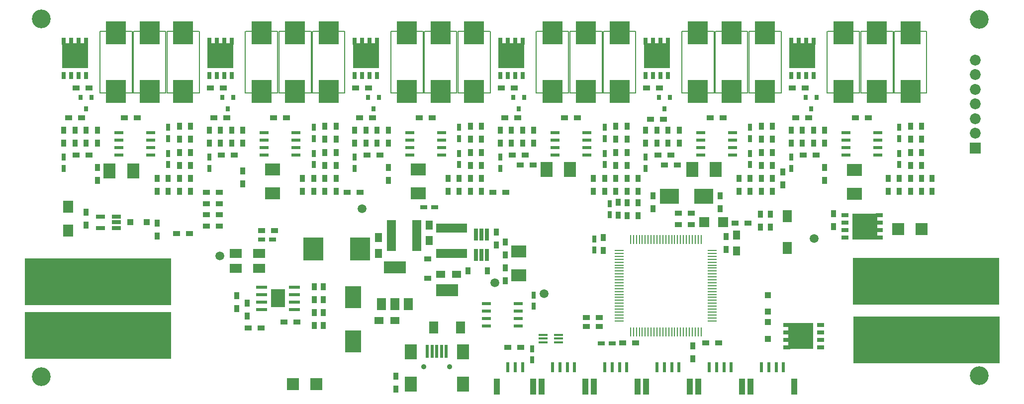
<source format=gts>
G04 #@! TF.FileFunction,Soldermask,Top*
%FSLAX46Y46*%
G04 Gerber Fmt 4.6, Leading zero omitted, Abs format (unit mm)*
G04 Created by KiCad (PCBNEW 4.0.6) date 09/11/17 10:51:36*
%MOMM*%
%LPD*%
G01*
G04 APERTURE LIST*
%ADD10C,0.100000*%
%ADD11C,0.150000*%
%ADD12R,25.000000X8.000000*%
%ADD13C,1.524000*%
%ADD14R,0.280000X1.500000*%
%ADD15R,1.500000X0.280000*%
%ADD16R,0.599440X1.699260*%
%ADD17R,0.998220X2.697480*%
%ADD18C,3.200000*%
%ADD19R,1.850000X1.850000*%
%ADD20C,1.850000*%
%ADD21R,1.550000X0.600000*%
%ADD22R,2.000000X2.000000*%
%ADD23R,1.200000X0.700000*%
%ADD24R,4.290000X4.500000*%
%ADD25R,1.600000X1.550000*%
%ADD26R,1.200000X1.550000*%
%ADD27R,3.800000X2.000000*%
%ADD28R,1.500000X2.000000*%
%ADD29R,0.900000X1.200000*%
%ADD30R,1.200000X0.900000*%
%ADD31R,0.750000X1.200000*%
%ADD32R,1.300000X1.500000*%
%ADD33R,3.325000X2.500000*%
%ADD34R,0.500000X2.300000*%
%ADD35R,2.000000X2.500000*%
%ADD36C,0.900000*%
%ADD37R,1.501140X5.300980*%
%ADD38R,1.100000X1.100000*%
%ADD39R,1.200000X0.750000*%
%ADD40R,0.700000X1.200000*%
%ADD41R,4.500000X4.290000*%
%ADD42R,1.550000X1.600000*%
%ADD43R,1.550000X1.200000*%
%ADD44R,0.650000X2.000000*%
%ADD45R,1.910000X0.610000*%
%ADD46R,1.205000X1.550000*%
%ADD47R,3.400000X4.000000*%
%ADD48R,1.750000X1.800000*%
%ADD49R,2.500000X2.000000*%
%ADD50R,1.500000X1.300000*%
%ADD51R,5.300980X1.501140*%
%ADD52R,0.800000X0.900000*%
%ADD53R,1.700000X2.000000*%
%ADD54R,1.560000X0.650000*%
%ADD55R,1.600000X2.000000*%
%ADD56R,2.000000X1.600000*%
%ADD57R,2.700000X3.750000*%
%ADD58R,3.500000X4.000000*%
%ADD59R,1.500000X0.400000*%
%ADD60C,1.500000*%
G04 APERTURE END LIST*
D10*
D11*
X108745000Y-36025000D02*
X103345000Y-36025000D01*
X103345000Y-46525000D02*
X108745000Y-46525000D01*
X108795000Y-46525000D02*
X108795000Y-36025000D01*
X103295000Y-46525000D02*
X103295000Y-36025000D01*
X84295000Y-46525000D02*
X89695000Y-46525000D01*
X89695000Y-36025000D02*
X84295000Y-36025000D01*
X84245000Y-36025000D02*
X84245000Y-46525000D01*
X89745000Y-36025000D02*
X89745000Y-46525000D01*
X83980000Y-36025000D02*
X78580000Y-36025000D01*
X78580000Y-46525000D02*
X83980000Y-46525000D01*
X84030000Y-46525000D02*
X84030000Y-36025000D01*
X78530000Y-46525000D02*
X78530000Y-36025000D01*
X133510000Y-36025000D02*
X128110000Y-36025000D01*
X128110000Y-46525000D02*
X133510000Y-46525000D01*
X133560000Y-46525000D02*
X133560000Y-36025000D01*
X128060000Y-46525000D02*
X128060000Y-36025000D01*
X158275000Y-36025000D02*
X152875000Y-36025000D01*
X152875000Y-46525000D02*
X158275000Y-46525000D01*
X158325000Y-46525000D02*
X158325000Y-36025000D01*
X152825000Y-46525000D02*
X152825000Y-36025000D01*
X183040000Y-36025000D02*
X177640000Y-36025000D01*
X177640000Y-46525000D02*
X183040000Y-46525000D01*
X183090000Y-46525000D02*
X183090000Y-36025000D01*
X177590000Y-46525000D02*
X177590000Y-36025000D01*
X207805000Y-36025000D02*
X202405000Y-36025000D01*
X202405000Y-46525000D02*
X207805000Y-46525000D01*
X207855000Y-46525000D02*
X207855000Y-36025000D01*
X202355000Y-46525000D02*
X202355000Y-36025000D01*
X109060000Y-46525000D02*
X114460000Y-46525000D01*
X114460000Y-36025000D02*
X109060000Y-36025000D01*
X109010000Y-36025000D02*
X109010000Y-46525000D01*
X114510000Y-36025000D02*
X114510000Y-46525000D01*
X133825000Y-46525000D02*
X139225000Y-46525000D01*
X139225000Y-36025000D02*
X133825000Y-36025000D01*
X133775000Y-36025000D02*
X133775000Y-46525000D01*
X139275000Y-36025000D02*
X139275000Y-46525000D01*
X158590000Y-46525000D02*
X163990000Y-46525000D01*
X163990000Y-36025000D02*
X158590000Y-36025000D01*
X158540000Y-36025000D02*
X158540000Y-46525000D01*
X164040000Y-36025000D02*
X164040000Y-46525000D01*
X183355000Y-46525000D02*
X188755000Y-46525000D01*
X188755000Y-36025000D02*
X183355000Y-36025000D01*
X183305000Y-36025000D02*
X183305000Y-46525000D01*
X188805000Y-36025000D02*
X188805000Y-46525000D01*
X208120000Y-46525000D02*
X213520000Y-46525000D01*
X213520000Y-36025000D02*
X208120000Y-36025000D01*
X208070000Y-36025000D02*
X208070000Y-46525000D01*
X213570000Y-36025000D02*
X213570000Y-46525000D01*
X95410000Y-36025000D02*
X90010000Y-36025000D01*
X90010000Y-46525000D02*
X95410000Y-46525000D01*
X95460000Y-46525000D02*
X95460000Y-36025000D01*
X89960000Y-46525000D02*
X89960000Y-36025000D01*
X120175000Y-36025000D02*
X114775000Y-36025000D01*
X114775000Y-46525000D02*
X120175000Y-46525000D01*
X120225000Y-46525000D02*
X120225000Y-36025000D01*
X114725000Y-46525000D02*
X114725000Y-36025000D01*
X144940000Y-36025000D02*
X139540000Y-36025000D01*
X139540000Y-46525000D02*
X144940000Y-46525000D01*
X144990000Y-46525000D02*
X144990000Y-36025000D01*
X139490000Y-46525000D02*
X139490000Y-36025000D01*
X169705000Y-36025000D02*
X164305000Y-36025000D01*
X164305000Y-46525000D02*
X169705000Y-46525000D01*
X169755000Y-46525000D02*
X169755000Y-36025000D01*
X164255000Y-46525000D02*
X164255000Y-36025000D01*
X194470000Y-36025000D02*
X189070000Y-36025000D01*
X189070000Y-46525000D02*
X194470000Y-46525000D01*
X194520000Y-46525000D02*
X194520000Y-36025000D01*
X189020000Y-46525000D02*
X189020000Y-36025000D01*
X219235000Y-36025000D02*
X213835000Y-36025000D01*
X213835000Y-46525000D02*
X219235000Y-46525000D01*
X219285000Y-46525000D02*
X219285000Y-36025000D01*
X213785000Y-46525000D02*
X213785000Y-36025000D01*
D12*
X78184000Y-78708000D03*
D13*
X67184000Y-80708000D03*
X69184000Y-80708000D03*
X71184000Y-80708000D03*
X73184000Y-80708000D03*
X75184000Y-80708000D03*
X77184000Y-80708000D03*
X79184000Y-80708000D03*
X81184000Y-80708000D03*
X83184000Y-80708000D03*
X85184000Y-80708000D03*
X87184000Y-80708000D03*
X89184000Y-80708000D03*
X89184000Y-76708000D03*
X87184000Y-76708000D03*
X85184000Y-76708000D03*
X83184000Y-76708000D03*
X81184000Y-76708000D03*
X79184000Y-76708000D03*
X77184000Y-76708000D03*
X75184000Y-76708000D03*
X73184000Y-76708000D03*
X71184000Y-76708000D03*
X69184000Y-76708000D03*
X67184000Y-76708000D03*
D14*
X180879000Y-71467000D03*
X180379000Y-71467000D03*
X179879000Y-71467000D03*
X179379000Y-71467000D03*
X178879000Y-71467000D03*
X178379000Y-71467000D03*
X177879000Y-71467000D03*
X177379000Y-71467000D03*
X176879000Y-71467000D03*
X176379000Y-71467000D03*
X175879000Y-71467000D03*
X175379000Y-71467000D03*
X174879000Y-71467000D03*
X174379000Y-71467000D03*
X173879000Y-71467000D03*
X173379000Y-71467000D03*
X172879000Y-71467000D03*
X172379000Y-71467000D03*
X171879000Y-71467000D03*
X171379000Y-71467000D03*
X170879000Y-71467000D03*
X170379000Y-71467000D03*
X169879000Y-71467000D03*
X169379000Y-71467000D03*
X168879000Y-71467000D03*
D15*
X166979000Y-73367000D03*
X166979000Y-73867000D03*
X166979000Y-74367000D03*
X166979000Y-74867000D03*
X166979000Y-75367000D03*
X166979000Y-75867000D03*
X166979000Y-76367000D03*
X166979000Y-76867000D03*
X166979000Y-77367000D03*
X166979000Y-77867000D03*
X166979000Y-78367000D03*
X166979000Y-78867000D03*
X166979000Y-79367000D03*
X166979000Y-79867000D03*
X166979000Y-80367000D03*
X166979000Y-80867000D03*
X166979000Y-81367000D03*
X166979000Y-81867000D03*
X166979000Y-82367000D03*
X166979000Y-82867000D03*
X166979000Y-83367000D03*
X166979000Y-83867000D03*
X166979000Y-84367000D03*
X166979000Y-84867000D03*
X166979000Y-85367000D03*
D14*
X168879000Y-87267000D03*
X169379000Y-87267000D03*
X169879000Y-87267000D03*
X170379000Y-87267000D03*
X170879000Y-87267000D03*
X171379000Y-87267000D03*
X171879000Y-87267000D03*
X172379000Y-87267000D03*
X172879000Y-87267000D03*
X173379000Y-87267000D03*
X173879000Y-87267000D03*
X174379000Y-87267000D03*
X174879000Y-87267000D03*
X175379000Y-87267000D03*
X175879000Y-87267000D03*
X176379000Y-87267000D03*
X176879000Y-87267000D03*
X177379000Y-87267000D03*
X177879000Y-87267000D03*
X178379000Y-87267000D03*
X178879000Y-87267000D03*
X179379000Y-87267000D03*
X179879000Y-87267000D03*
X180379000Y-87267000D03*
X180879000Y-87267000D03*
D15*
X182779000Y-85367000D03*
X182779000Y-84867000D03*
X182779000Y-84367000D03*
X182779000Y-83867000D03*
X182779000Y-83367000D03*
X182779000Y-82867000D03*
X182779000Y-82367000D03*
X182779000Y-81867000D03*
X182779000Y-81367000D03*
X182779000Y-80867000D03*
X182779000Y-80367000D03*
X182779000Y-79867000D03*
X182779000Y-79367000D03*
X182779000Y-78867000D03*
X182779000Y-78367000D03*
X182779000Y-77867000D03*
X182779000Y-77367000D03*
X182779000Y-76867000D03*
X182779000Y-76367000D03*
X182779000Y-75867000D03*
X182779000Y-75367000D03*
X182779000Y-74867000D03*
X182779000Y-74367000D03*
X182779000Y-73867000D03*
X182779000Y-73367000D03*
D16*
X147975320Y-93240860D03*
X149225000Y-93240860D03*
X150474680Y-93240860D03*
D17*
X146126200Y-96540320D03*
X152323800Y-96540320D03*
D16*
X155605480Y-93240860D03*
X156855160Y-93240860D03*
X158104840Y-93240860D03*
X159354520Y-93240860D03*
D17*
X153756360Y-96540320D03*
X161203640Y-96540320D03*
D16*
X164495480Y-93240860D03*
X165745160Y-93240860D03*
X166994840Y-93240860D03*
X168244520Y-93240860D03*
D17*
X162646360Y-96540320D03*
X170093640Y-96540320D03*
D16*
X173385480Y-93240860D03*
X174635160Y-93240860D03*
X175884840Y-93240860D03*
X177134520Y-93240860D03*
D17*
X171536360Y-96540320D03*
X178983640Y-96540320D03*
D16*
X182275480Y-93240860D03*
X183525160Y-93240860D03*
X184774840Y-93240860D03*
X186024520Y-93240860D03*
D17*
X180426360Y-96540320D03*
X187873640Y-96540320D03*
D16*
X191165480Y-93240860D03*
X192415160Y-93240860D03*
X193664840Y-93240860D03*
X194914520Y-93240860D03*
D17*
X189316360Y-96540320D03*
X196763640Y-96540320D03*
D18*
X68580000Y-33909000D03*
X68580000Y-94869000D03*
X228219000Y-94742000D03*
D19*
X227584000Y-55927000D03*
D20*
X227584000Y-53427000D03*
X227584000Y-50927000D03*
X227584000Y-48427000D03*
X227584000Y-45927000D03*
X227584000Y-43427000D03*
X227584000Y-40927000D03*
D21*
X149766000Y-86233000D03*
X149766000Y-84963000D03*
X149766000Y-83693000D03*
X149766000Y-82423000D03*
X144366000Y-82423000D03*
X144366000Y-83693000D03*
X144366000Y-84963000D03*
X144366000Y-86233000D03*
D12*
X219187000Y-78645000D03*
D13*
X210187000Y-80645000D03*
X212187000Y-80645000D03*
X214187000Y-80645000D03*
X216187000Y-80645000D03*
X218187000Y-80645000D03*
X220187000Y-80645000D03*
X222187000Y-80645000D03*
X224187000Y-80645000D03*
X226187000Y-80645000D03*
X226187000Y-76645000D03*
X224187000Y-76645000D03*
X222187000Y-76645000D03*
X220187000Y-76645000D03*
X218187000Y-76645000D03*
X216187000Y-76645000D03*
X214187000Y-76645000D03*
X212187000Y-76645000D03*
X210187000Y-76645000D03*
D12*
X78232000Y-87884000D03*
D13*
X67232000Y-89884000D03*
X69232000Y-89884000D03*
X71232000Y-89884000D03*
X73232000Y-89884000D03*
X75232000Y-89884000D03*
X77232000Y-89884000D03*
X79232000Y-89884000D03*
X81232000Y-89884000D03*
X83232000Y-89884000D03*
X85232000Y-89884000D03*
X87232000Y-89884000D03*
X89232000Y-89884000D03*
X89232000Y-85884000D03*
X87232000Y-85884000D03*
X85232000Y-85884000D03*
X83232000Y-85884000D03*
X81232000Y-85884000D03*
X79232000Y-85884000D03*
X77232000Y-85884000D03*
X75232000Y-85884000D03*
X73232000Y-85884000D03*
X71232000Y-85884000D03*
X69232000Y-85884000D03*
X67232000Y-85884000D03*
D22*
X214408000Y-69723000D03*
X218408000Y-69723000D03*
D12*
X219235000Y-88614000D03*
D13*
X209235000Y-90614000D03*
X211235000Y-90614000D03*
X213235000Y-90614000D03*
X215235000Y-90614000D03*
X217235000Y-90614000D03*
X219235000Y-90614000D03*
X221235000Y-90614000D03*
X223235000Y-90614000D03*
X225235000Y-90614000D03*
X227235000Y-90614000D03*
X229235000Y-90614000D03*
X209235000Y-86614000D03*
X211235000Y-86614000D03*
X213235000Y-86614000D03*
X215235000Y-86614000D03*
X217235000Y-86614000D03*
X219235000Y-86614000D03*
X221235000Y-86614000D03*
X223235000Y-86614000D03*
X225235000Y-86614000D03*
X227235000Y-86614000D03*
X229235000Y-86614000D03*
D23*
X201266000Y-89847000D03*
X201266000Y-88577000D03*
X201266000Y-87297000D03*
X201266000Y-86027000D03*
X195466000Y-86027000D03*
X195466000Y-87297000D03*
X195466000Y-88577000D03*
X195466000Y-89847000D03*
D24*
X197866000Y-87937000D03*
D25*
X197116000Y-89027000D03*
X197116000Y-86847000D03*
D26*
X199116000Y-89027000D03*
X199116000Y-86847000D03*
D22*
X115411000Y-96139000D03*
X111411000Y-96139000D03*
D27*
X137668000Y-80162000D03*
D28*
X139968000Y-86462000D03*
X135368000Y-86462000D03*
D29*
X203454000Y-69342000D03*
X203454000Y-67142000D03*
D30*
X181653000Y-89154000D03*
X183853000Y-89154000D03*
X106045000Y-69977000D03*
X108245000Y-69977000D03*
D29*
X166751000Y-65194000D03*
X166751000Y-67394000D03*
D31*
X162687000Y-73279000D03*
X162687000Y-71379000D03*
D30*
X179197000Y-67056000D03*
X176997000Y-67056000D03*
X176868000Y-58801000D03*
X174668000Y-58801000D03*
D29*
X191135000Y-54440000D03*
X191135000Y-52240000D03*
D32*
X186944000Y-70739000D03*
X186944000Y-73439000D03*
D30*
X122725000Y-50800000D03*
X124925000Y-50800000D03*
D21*
X106520000Y-53340000D03*
X106520000Y-54610000D03*
X106520000Y-55880000D03*
X106520000Y-57150000D03*
X111920000Y-57150000D03*
X111920000Y-55880000D03*
X111920000Y-54610000D03*
X111920000Y-53340000D03*
D33*
X181347500Y-64135000D03*
X175522500Y-64135000D03*
D34*
X134290000Y-90545000D03*
X135090000Y-90545000D03*
X135890000Y-90545000D03*
X136690000Y-90545000D03*
X137490000Y-90545000D03*
D35*
X131440000Y-90645000D03*
X131440000Y-96145000D03*
X140340000Y-90645000D03*
X140340000Y-96145000D03*
D36*
X133690000Y-93145000D03*
X138090000Y-93145000D03*
D37*
X128143000Y-70866000D03*
X132461000Y-70866000D03*
D38*
X192278000Y-85598000D03*
X192278000Y-88398000D03*
D39*
X133670000Y-66040000D03*
X135570000Y-66040000D03*
D40*
X72385000Y-43540000D03*
X73655000Y-43540000D03*
X74935000Y-43540000D03*
X76205000Y-43540000D03*
X76205000Y-37740000D03*
X74935000Y-37740000D03*
X73655000Y-37740000D03*
X72385000Y-37740000D03*
D41*
X74295000Y-40140000D03*
D42*
X73205000Y-39390000D03*
X75385000Y-39390000D03*
D43*
X73205000Y-41390000D03*
X75385000Y-41390000D03*
D31*
X90170000Y-54290000D03*
X90170000Y-52390000D03*
D30*
X176997000Y-68961000D03*
X179197000Y-68961000D03*
D44*
X142560000Y-74100000D03*
X143510000Y-74100000D03*
X144460000Y-74100000D03*
X144460000Y-70680000D03*
X143510000Y-70680000D03*
X142560000Y-70680000D03*
D45*
X106091500Y-79616000D03*
X106091500Y-80886000D03*
X106091500Y-82156000D03*
X106091500Y-83426000D03*
X111651500Y-83426000D03*
X111651500Y-82156000D03*
X111651500Y-80886000D03*
X111651500Y-79616000D03*
D46*
X109474000Y-82296000D03*
X109474000Y-80746000D03*
X108269000Y-82296000D03*
X108269000Y-80746000D03*
D29*
X103632000Y-84582000D03*
X103632000Y-82382000D03*
X101854000Y-83312000D03*
X101854000Y-81112000D03*
D47*
X106045000Y-36275000D03*
X106045000Y-46275000D03*
X86995000Y-46275000D03*
X86995000Y-36275000D03*
D29*
X212725000Y-63330000D03*
X212725000Y-61130000D03*
X72390000Y-55075000D03*
X72390000Y-52875000D03*
D48*
X184632000Y-68580000D03*
X181382000Y-68580000D03*
D31*
X72390000Y-57470000D03*
X72390000Y-59370000D03*
X97155000Y-57470000D03*
X97155000Y-59370000D03*
X114935000Y-54290000D03*
X114935000Y-52390000D03*
X121920000Y-57470000D03*
X121920000Y-59370000D03*
X139700000Y-54290000D03*
X139700000Y-52390000D03*
X146685000Y-57470000D03*
X146685000Y-59370000D03*
X164465000Y-54290000D03*
X164465000Y-52390000D03*
X171450000Y-57470000D03*
X171450000Y-59370000D03*
X189230000Y-54290000D03*
X189230000Y-52390000D03*
X196215000Y-57470000D03*
X196215000Y-59370000D03*
X214630000Y-54290000D03*
X214630000Y-52390000D03*
X90170000Y-56835000D03*
X90170000Y-58735000D03*
X114935000Y-56835000D03*
X114935000Y-58735000D03*
X139700000Y-56835000D03*
X139700000Y-58735000D03*
X164465000Y-56835000D03*
X164465000Y-58735000D03*
X189230000Y-56835000D03*
X189230000Y-58735000D03*
X214630000Y-56835000D03*
X214630000Y-58735000D03*
D35*
X84201000Y-59817000D03*
X80201000Y-59817000D03*
D49*
X107950000Y-59595000D03*
X107950000Y-63595000D03*
X132715000Y-59595000D03*
X132715000Y-63595000D03*
D35*
X158591000Y-59563000D03*
X154591000Y-59563000D03*
X183356000Y-59563000D03*
X179356000Y-59563000D03*
D49*
X207010000Y-59690000D03*
X207010000Y-63690000D03*
D32*
X125984000Y-71167000D03*
X125984000Y-73867000D03*
X134620000Y-71708000D03*
X134620000Y-69008000D03*
D49*
X149860000Y-77565000D03*
X149860000Y-73565000D03*
D29*
X184150000Y-66294000D03*
X184150000Y-64094000D03*
X172720000Y-66251000D03*
X172720000Y-64051000D03*
X191008000Y-69426000D03*
X191008000Y-67226000D03*
X179451000Y-91862000D03*
X179451000Y-89662000D03*
D30*
X169756000Y-89154000D03*
X167556000Y-89154000D03*
X161333000Y-84836000D03*
X163533000Y-84836000D03*
D50*
X128778000Y-85344000D03*
X126078000Y-85344000D03*
X139272000Y-77470000D03*
X136572000Y-77470000D03*
D29*
X170180000Y-67437000D03*
X170180000Y-65237000D03*
X185166000Y-70993000D03*
X185166000Y-73193000D03*
D30*
X163533000Y-86360000D03*
X161333000Y-86360000D03*
D29*
X164211000Y-73406000D03*
X164211000Y-71206000D03*
X168275000Y-65237000D03*
X168275000Y-67437000D03*
D30*
X188849000Y-68707000D03*
X186649000Y-68707000D03*
D29*
X144525000Y-76835000D03*
X141225000Y-76835000D03*
D38*
X192278000Y-83820000D03*
X192278000Y-81020000D03*
X86490000Y-68580000D03*
X83690000Y-68580000D03*
D51*
X138430000Y-69596000D03*
X138430000Y-73914000D03*
D31*
X165354000Y-65410000D03*
X165354000Y-67310000D03*
D52*
X77150000Y-47260000D03*
X75250000Y-47260000D03*
X76200000Y-49260000D03*
X101280000Y-47260000D03*
X99380000Y-47260000D03*
X100330000Y-49260000D03*
X126045000Y-47260000D03*
X124145000Y-47260000D03*
X125095000Y-49260000D03*
X150810000Y-47260000D03*
X148910000Y-47260000D03*
X149860000Y-49260000D03*
X175575000Y-47260000D03*
X173675000Y-47260000D03*
X174625000Y-49260000D03*
X200594000Y-47260000D03*
X198694000Y-47260000D03*
X199644000Y-49260000D03*
D40*
X97150000Y-43540000D03*
X98420000Y-43540000D03*
X99700000Y-43540000D03*
X100970000Y-43540000D03*
X100970000Y-37740000D03*
X99700000Y-37740000D03*
X98420000Y-37740000D03*
X97150000Y-37740000D03*
D41*
X99060000Y-40140000D03*
D42*
X97970000Y-39390000D03*
X100150000Y-39390000D03*
D43*
X97970000Y-41390000D03*
X100150000Y-41390000D03*
D40*
X121915000Y-43540000D03*
X123185000Y-43540000D03*
X124465000Y-43540000D03*
X125735000Y-43540000D03*
X125735000Y-37740000D03*
X124465000Y-37740000D03*
X123185000Y-37740000D03*
X121915000Y-37740000D03*
D41*
X123825000Y-40140000D03*
D42*
X122735000Y-39390000D03*
X124915000Y-39390000D03*
D43*
X122735000Y-41390000D03*
X124915000Y-41390000D03*
D40*
X146680000Y-43540000D03*
X147950000Y-43540000D03*
X149230000Y-43540000D03*
X150500000Y-43540000D03*
X150500000Y-37740000D03*
X149230000Y-37740000D03*
X147950000Y-37740000D03*
X146680000Y-37740000D03*
D41*
X148590000Y-40140000D03*
D42*
X147500000Y-39390000D03*
X149680000Y-39390000D03*
D43*
X147500000Y-41390000D03*
X149680000Y-41390000D03*
D40*
X171445000Y-43540000D03*
X172715000Y-43540000D03*
X173995000Y-43540000D03*
X175265000Y-43540000D03*
X175265000Y-37740000D03*
X173995000Y-37740000D03*
X172715000Y-37740000D03*
X171445000Y-37740000D03*
D41*
X173355000Y-40140000D03*
D42*
X172265000Y-39390000D03*
X174445000Y-39390000D03*
D43*
X172265000Y-41390000D03*
X174445000Y-41390000D03*
D40*
X196210000Y-43540000D03*
X197480000Y-43540000D03*
X198760000Y-43540000D03*
X200030000Y-43540000D03*
X200030000Y-37740000D03*
X198760000Y-37740000D03*
X197480000Y-37740000D03*
X196210000Y-37740000D03*
D41*
X198120000Y-40140000D03*
D42*
X197030000Y-39390000D03*
X199210000Y-39390000D03*
D43*
X197030000Y-41390000D03*
X199210000Y-41390000D03*
D30*
X73195000Y-50800000D03*
X75395000Y-50800000D03*
X97960000Y-50800000D03*
X100160000Y-50800000D03*
X147447000Y-50800000D03*
X149647000Y-50800000D03*
X174455000Y-51054000D03*
X172255000Y-51054000D03*
X199220000Y-50800000D03*
X197020000Y-50800000D03*
X74465000Y-45720000D03*
X76665000Y-45720000D03*
X97325000Y-45720000D03*
X99525000Y-45720000D03*
X122090000Y-45720000D03*
X124290000Y-45720000D03*
X146898000Y-45720000D03*
X149098000Y-45720000D03*
X171620000Y-45720000D03*
X173820000Y-45720000D03*
X196385000Y-45720000D03*
X198585000Y-45720000D03*
D47*
X81280000Y-36275000D03*
X81280000Y-46275000D03*
X130810000Y-36275000D03*
X130810000Y-46275000D03*
X155575000Y-36275000D03*
X155575000Y-46275000D03*
X180340000Y-36275000D03*
X180340000Y-46275000D03*
X205105000Y-36275000D03*
X205105000Y-46275000D03*
X111760000Y-46275000D03*
X111760000Y-36275000D03*
X136525000Y-46275000D03*
X136525000Y-36275000D03*
X161290000Y-46275000D03*
X161290000Y-36275000D03*
X186055000Y-46275000D03*
X186055000Y-36275000D03*
X210820000Y-46275000D03*
X210820000Y-36275000D03*
X92710000Y-36275000D03*
X92710000Y-46275000D03*
X117475000Y-36275000D03*
X117475000Y-46275000D03*
X142240000Y-36275000D03*
X142240000Y-46275000D03*
X167005000Y-36275000D03*
X167005000Y-46275000D03*
X191770000Y-36275000D03*
X191770000Y-46275000D03*
D29*
X166370000Y-54440000D03*
X166370000Y-52240000D03*
X216535000Y-54440000D03*
X216535000Y-52240000D03*
X92075000Y-54440000D03*
X92075000Y-52240000D03*
X97155000Y-55075000D03*
X97155000Y-52875000D03*
X116840000Y-54440000D03*
X116840000Y-52240000D03*
X121920000Y-55075000D03*
X121920000Y-52875000D03*
X141605000Y-54440000D03*
X141605000Y-52240000D03*
X146685000Y-55075000D03*
X146685000Y-52875000D03*
X171450000Y-55075000D03*
X171450000Y-52875000D03*
X196215000Y-55075000D03*
X196215000Y-52875000D03*
X74295000Y-55075000D03*
X74295000Y-52875000D03*
X93980000Y-61130000D03*
X93980000Y-63330000D03*
X99060000Y-55075000D03*
X99060000Y-52875000D03*
X118745000Y-61130000D03*
X118745000Y-63330000D03*
X123825000Y-55075000D03*
X123825000Y-52875000D03*
X143510000Y-61130000D03*
X143510000Y-63330000D03*
X148590000Y-55075000D03*
X148590000Y-52875000D03*
X168275000Y-61130000D03*
X168275000Y-63330000D03*
X173355000Y-55075000D03*
X173355000Y-52875000D03*
X193040000Y-61130000D03*
X193040000Y-63330000D03*
X198120000Y-55075000D03*
X198120000Y-52875000D03*
X218440000Y-61130000D03*
X218440000Y-63330000D03*
X76200000Y-52875000D03*
X76200000Y-55075000D03*
D30*
X76665000Y-57150000D03*
X74465000Y-57150000D03*
X82720000Y-50800000D03*
X84920000Y-50800000D03*
D29*
X100965000Y-52875000D03*
X100965000Y-55075000D03*
D30*
X101430000Y-57150000D03*
X99230000Y-57150000D03*
X108120000Y-50800000D03*
X110320000Y-50800000D03*
D29*
X125730000Y-52875000D03*
X125730000Y-55075000D03*
D30*
X126195000Y-57150000D03*
X123995000Y-57150000D03*
X132885000Y-50800000D03*
X135085000Y-50800000D03*
D29*
X150495000Y-52875000D03*
X150495000Y-55075000D03*
D30*
X150960000Y-57150000D03*
X148760000Y-57150000D03*
X157650000Y-50800000D03*
X159850000Y-50800000D03*
D29*
X175260000Y-52875000D03*
X175260000Y-55075000D03*
D30*
X175725000Y-57150000D03*
X173525000Y-57150000D03*
X182415000Y-50800000D03*
X184615000Y-50800000D03*
D29*
X200025000Y-52875000D03*
X200025000Y-55075000D03*
D30*
X200490000Y-57150000D03*
X198290000Y-57150000D03*
X207180000Y-50800000D03*
X209380000Y-50800000D03*
D29*
X78105000Y-52875000D03*
X78105000Y-55075000D03*
X102870000Y-52875000D03*
X102870000Y-55075000D03*
X127635000Y-52875000D03*
X127635000Y-55075000D03*
X152400000Y-52875000D03*
X152400000Y-55075000D03*
X177165000Y-52875000D03*
X177165000Y-55075000D03*
X201930000Y-52875000D03*
X201930000Y-55075000D03*
X93980000Y-54440000D03*
X93980000Y-52240000D03*
X118745000Y-54440000D03*
X118745000Y-52240000D03*
X143510000Y-54440000D03*
X143510000Y-52240000D03*
X168275000Y-54440000D03*
X168275000Y-52240000D03*
X193040000Y-54440000D03*
X193040000Y-52240000D03*
X218440000Y-54440000D03*
X218440000Y-52240000D03*
X92075000Y-56685000D03*
X92075000Y-58885000D03*
X116840000Y-56685000D03*
X116840000Y-58885000D03*
X141605000Y-56685000D03*
X141605000Y-58885000D03*
X166370000Y-56685000D03*
X166370000Y-58885000D03*
X191135000Y-56685000D03*
X191135000Y-58885000D03*
X216535000Y-56685000D03*
X216535000Y-58885000D03*
X93980000Y-58885000D03*
X93980000Y-56685000D03*
X92075000Y-63330000D03*
X92075000Y-61130000D03*
X118745000Y-58885000D03*
X118745000Y-56685000D03*
X116840000Y-63330000D03*
X116840000Y-61130000D03*
X143510000Y-58885000D03*
X143510000Y-56685000D03*
X141605000Y-63330000D03*
X141605000Y-61130000D03*
X168275000Y-58885000D03*
X168275000Y-56685000D03*
X166370000Y-63330000D03*
X166370000Y-61130000D03*
X193040000Y-58885000D03*
X193040000Y-56685000D03*
X191135000Y-63330000D03*
X191135000Y-61130000D03*
X218440000Y-58885000D03*
X218440000Y-56685000D03*
X216535000Y-63330000D03*
X216535000Y-61130000D03*
D30*
X96690000Y-63500000D03*
X98890000Y-63500000D03*
X120650000Y-63500000D03*
X122850000Y-63500000D03*
X145415000Y-63500000D03*
X147615000Y-63500000D03*
D29*
X170180000Y-61130000D03*
X170180000Y-63330000D03*
X194818000Y-60030000D03*
X194818000Y-62230000D03*
X220218000Y-61130000D03*
X220218000Y-63330000D03*
X90170000Y-61130000D03*
X90170000Y-63330000D03*
X114935000Y-61130000D03*
X114935000Y-63330000D03*
X139700000Y-61130000D03*
X139700000Y-63330000D03*
X164465000Y-61130000D03*
X164465000Y-63330000D03*
X189230000Y-61130000D03*
X189230000Y-63330000D03*
X214630000Y-61130000D03*
X214630000Y-63330000D03*
X146050000Y-70274000D03*
X146050000Y-72474000D03*
X147574000Y-76370000D03*
X147574000Y-78570000D03*
X147574000Y-71925000D03*
X147574000Y-74125000D03*
X162560000Y-61130000D03*
X162560000Y-63330000D03*
X137795000Y-61130000D03*
X137795000Y-63330000D03*
X113030000Y-61130000D03*
X113030000Y-63330000D03*
X88265000Y-61130000D03*
X88265000Y-63330000D03*
X127635000Y-59225000D03*
X127635000Y-61425000D03*
X102870000Y-59860000D03*
X102870000Y-62060000D03*
X78105000Y-59225000D03*
X78105000Y-61425000D03*
X201930000Y-61425000D03*
X201930000Y-59225000D03*
D30*
X152273000Y-58801000D03*
X150073000Y-58801000D03*
D29*
X187325000Y-63330000D03*
X187325000Y-61130000D03*
D30*
X147998000Y-89916000D03*
X150198000Y-89916000D03*
D29*
X128905000Y-96985000D03*
X128905000Y-94785000D03*
D30*
X96690000Y-65405000D03*
X98890000Y-65405000D03*
X98890000Y-69215000D03*
X96690000Y-69215000D03*
X96690000Y-67310000D03*
X98890000Y-67310000D03*
D29*
X76200000Y-69045000D03*
X76200000Y-66845000D03*
D53*
X73152000Y-69945000D03*
X73152000Y-65945000D03*
D30*
X93810000Y-70485000D03*
X91610000Y-70485000D03*
D29*
X88265000Y-68750000D03*
X88265000Y-70950000D03*
D21*
X81755000Y-53340000D03*
X81755000Y-54610000D03*
X81755000Y-55880000D03*
X81755000Y-57150000D03*
X87155000Y-57150000D03*
X87155000Y-55880000D03*
X87155000Y-54610000D03*
X87155000Y-53340000D03*
X131285000Y-53340000D03*
X131285000Y-54610000D03*
X131285000Y-55880000D03*
X131285000Y-57150000D03*
X136685000Y-57150000D03*
X136685000Y-55880000D03*
X136685000Y-54610000D03*
X136685000Y-53340000D03*
X156050000Y-53340000D03*
X156050000Y-54610000D03*
X156050000Y-55880000D03*
X156050000Y-57150000D03*
X161450000Y-57150000D03*
X161450000Y-55880000D03*
X161450000Y-54610000D03*
X161450000Y-53340000D03*
X180815000Y-53340000D03*
X180815000Y-54610000D03*
X180815000Y-55880000D03*
X180815000Y-57150000D03*
X186215000Y-57150000D03*
X186215000Y-55880000D03*
X186215000Y-54610000D03*
X186215000Y-53340000D03*
X205580000Y-53340000D03*
X205580000Y-54610000D03*
X205580000Y-55880000D03*
X205580000Y-57150000D03*
X210980000Y-57150000D03*
X210980000Y-55880000D03*
X210980000Y-54610000D03*
X210980000Y-53340000D03*
D27*
X128778000Y-76225000D03*
D28*
X128778000Y-82525000D03*
X131078000Y-82525000D03*
X126478000Y-82525000D03*
D54*
X81360000Y-69530000D03*
X81360000Y-68580000D03*
X81360000Y-67630000D03*
X78660000Y-67630000D03*
X78660000Y-69530000D03*
D30*
X134315200Y-74778600D03*
X134315200Y-78078600D03*
D31*
X152400000Y-82865000D03*
X152400000Y-80965000D03*
D23*
X205400000Y-67358000D03*
X205400000Y-68628000D03*
X205400000Y-69908000D03*
X205400000Y-71178000D03*
X211200000Y-71178000D03*
X211200000Y-69908000D03*
X211200000Y-68628000D03*
X211200000Y-67358000D03*
D24*
X208800000Y-69268000D03*
D25*
X209550000Y-68178000D03*
X209550000Y-70358000D03*
D26*
X207550000Y-68178000D03*
X207550000Y-70358000D03*
D39*
X107950000Y-71501000D03*
X106050000Y-71501000D03*
D29*
X192659000Y-69383000D03*
X192659000Y-67183000D03*
D55*
X195580000Y-67531000D03*
X195580000Y-72931000D03*
D56*
X101664000Y-73914000D03*
X105664000Y-73914000D03*
X101632000Y-76454000D03*
X105632000Y-76454000D03*
D29*
X115062000Y-79588000D03*
X115062000Y-81788000D03*
X116586000Y-79588000D03*
X116586000Y-81788000D03*
D57*
X121666000Y-81315000D03*
X121666000Y-88865000D03*
D29*
X116586000Y-86190000D03*
X116586000Y-83990000D03*
D58*
X114872000Y-73152000D03*
X122872000Y-73152000D03*
D30*
X106002000Y-86614000D03*
X103802000Y-86614000D03*
X112098000Y-85598000D03*
X109898000Y-85598000D03*
D29*
X115062000Y-83990000D03*
X115062000Y-86190000D03*
D59*
X156651000Y-89042000D03*
X156651000Y-88392000D03*
X156651000Y-87742000D03*
X153991000Y-87742000D03*
X153991000Y-88392000D03*
X153991000Y-89042000D03*
D31*
X152146000Y-92009000D03*
X152146000Y-90109000D03*
D39*
X163860400Y-89204800D03*
X165760400Y-89204800D03*
D60*
X145796000Y-78867000D03*
X98933000Y-74295000D03*
X154178000Y-80772000D03*
X200152000Y-71374000D03*
X123190000Y-66294000D03*
D18*
X228219000Y-34036000D03*
D47*
X216535000Y-36275000D03*
X216535000Y-46275000D03*
M02*

</source>
